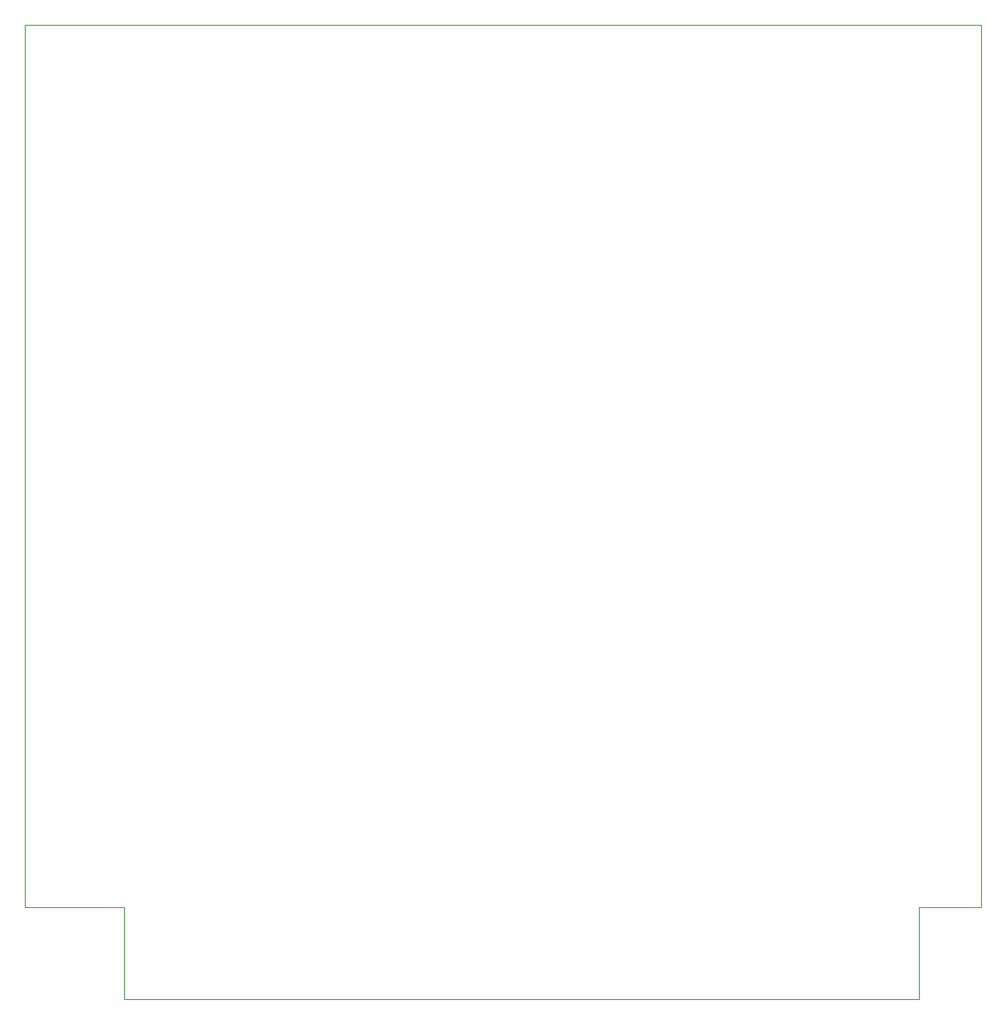
<source format=gbr>
%TF.GenerationSoftware,KiCad,Pcbnew,(6.0.4-0)*%
%TF.CreationDate,2022-05-20T22:02:18+01:00*%
%TF.ProjectId,8088_cpu_card,38303838-5f63-4707-955f-636172642e6b,rev?*%
%TF.SameCoordinates,Original*%
%TF.FileFunction,Profile,NP*%
%FSLAX46Y46*%
G04 Gerber Fmt 4.6, Leading zero omitted, Abs format (unit mm)*
G04 Created by KiCad (PCBNEW (6.0.4-0)) date 2022-05-20 22:02:18*
%MOMM*%
%LPD*%
G01*
G04 APERTURE LIST*
%TA.AperFunction,Profile*%
%ADD10C,0.100000*%
%TD*%
G04 APERTURE END LIST*
D10*
X189230000Y-132080000D02*
X189230000Y-41910000D01*
X91440000Y-41910000D02*
X91440000Y-132080000D01*
X182880000Y-132080000D02*
X189230000Y-132080000D01*
X182880000Y-141478000D02*
X101600000Y-141478000D01*
X101600000Y-141478000D02*
X101600000Y-132080000D01*
X182880000Y-132080000D02*
X182880000Y-141478000D01*
X101600000Y-132080000D02*
X91440000Y-132080000D01*
X189230000Y-41910000D02*
X91440000Y-41910000D01*
M02*

</source>
